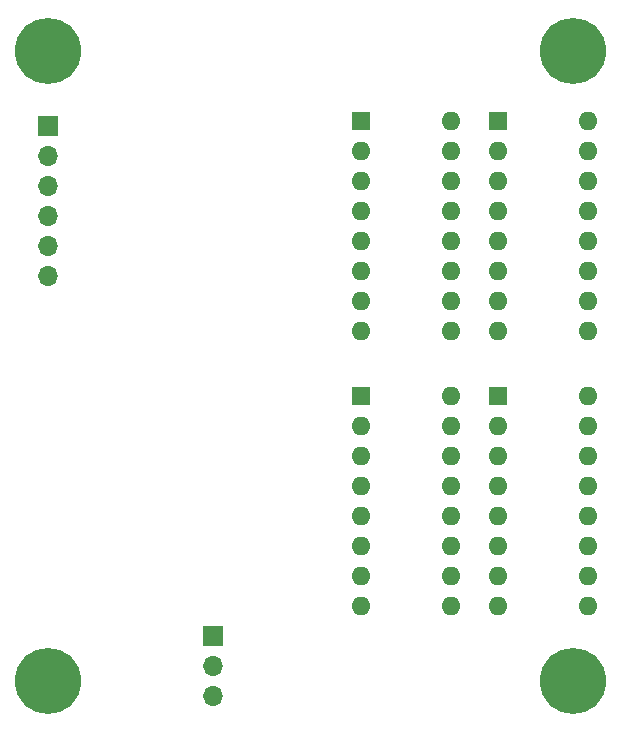
<source format=gbs>
G04 #@! TF.GenerationSoftware,KiCad,Pcbnew,6.0.4-1.fc35*
G04 #@! TF.CreationDate,2022-04-07T10:49:23-04:00*
G04 #@! TF.ProjectId,switch_mux_breakout,73776974-6368-45f6-9d75-785f62726561,0*
G04 #@! TF.SameCoordinates,Original*
G04 #@! TF.FileFunction,Soldermask,Bot*
G04 #@! TF.FilePolarity,Negative*
%FSLAX46Y46*%
G04 Gerber Fmt 4.6, Leading zero omitted, Abs format (unit mm)*
G04 Created by KiCad (PCBNEW 6.0.4-1.fc35) date 2022-04-07 10:49:23*
%MOMM*%
%LPD*%
G01*
G04 APERTURE LIST*
%ADD10R,1.600000X1.600000*%
%ADD11O,1.600000X1.600000*%
%ADD12R,1.700000X1.700000*%
%ADD13O,1.700000X1.700000*%
%ADD14C,5.600000*%
G04 APERTURE END LIST*
D10*
X140817500Y-68224400D03*
D11*
X140817500Y-70764400D03*
X140817500Y-73304400D03*
X140817500Y-75844400D03*
X140817500Y-78384400D03*
X140817500Y-80924400D03*
X140817500Y-83464400D03*
X140817500Y-86004400D03*
X148437500Y-86004400D03*
X148437500Y-83464400D03*
X148437500Y-80924400D03*
X148437500Y-78384400D03*
X148437500Y-75844400D03*
X148437500Y-73304400D03*
X148437500Y-70764400D03*
X148437500Y-68224400D03*
D10*
X152400000Y-91490800D03*
D11*
X152400000Y-94030800D03*
X152400000Y-96570800D03*
X152400000Y-99110800D03*
X152400000Y-101650800D03*
X152400000Y-104190800D03*
X152400000Y-106730800D03*
X152400000Y-109270800D03*
X160020000Y-109270800D03*
X160020000Y-106730800D03*
X160020000Y-104190800D03*
X160020000Y-101650800D03*
X160020000Y-99110800D03*
X160020000Y-96570800D03*
X160020000Y-94030800D03*
X160020000Y-91490800D03*
D10*
X140817600Y-91490800D03*
D11*
X140817600Y-94030800D03*
X140817600Y-96570800D03*
X140817600Y-99110800D03*
X140817600Y-101650800D03*
X140817600Y-104190800D03*
X140817600Y-106730800D03*
X140817600Y-109270800D03*
X148437600Y-109270800D03*
X148437600Y-106730800D03*
X148437600Y-104190800D03*
X148437600Y-101650800D03*
X148437600Y-99110800D03*
X148437600Y-96570800D03*
X148437600Y-94030800D03*
X148437600Y-91490800D03*
D12*
X114300000Y-68580000D03*
D13*
X114300000Y-71120000D03*
X114300000Y-73660000D03*
X114300000Y-76200000D03*
X114300000Y-78740000D03*
X114300000Y-81280000D03*
D14*
X158750000Y-62230000D03*
X158750000Y-115570000D03*
D10*
X152400000Y-68224400D03*
D11*
X152400000Y-70764400D03*
X152400000Y-73304400D03*
X152400000Y-75844400D03*
X152400000Y-78384400D03*
X152400000Y-80924400D03*
X152400000Y-83464400D03*
X152400000Y-86004400D03*
X160020000Y-86004400D03*
X160020000Y-83464400D03*
X160020000Y-80924400D03*
X160020000Y-78384400D03*
X160020000Y-75844400D03*
X160020000Y-73304400D03*
X160020000Y-70764400D03*
X160020000Y-68224400D03*
D12*
X128270000Y-111775000D03*
D13*
X128270000Y-114315000D03*
X128270000Y-116855000D03*
D14*
X114300000Y-115570000D03*
X114299999Y-62229999D03*
M02*

</source>
